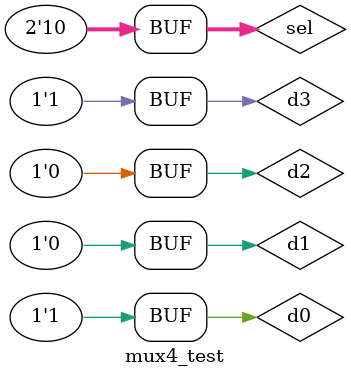
<source format=sv>
module mux4_test;

// Put your code here
// ------------------
    logic d0;          // Data input 0
    logic d1;          // Data input 1
    logic d2;          // Data input 2
    logic d3;          // Data input 3
    logic [1:0] sel;   // Select input
    logic z;           // Output

    mux4 uut (
        .d0(d0),
        .d1(d1),
        .d2(d2),
        .d3(d3),
        .sel(sel),
        .z(z)
    );

    initial begin
        sel[0] = 0;
        sel[1] = 1;
        d3 = 1;
        d2 = 0;
        d1 = 0;
        d0 = 1;

        #100
        sel[0] = 1;
        sel[1] = 1;
        d3 = 1;
        d2 = 0;
        d1 = 0;
        d0 = 1;

        #100
        sel[0] = 0;
        sel[1] = 1;
        d3 = 1;
        d2 = 0;
        d1 = 0;
        d0 = 1;
        
        #100
        sel[0] = 0;
        sel[1] = 1;
        d3 = 1;
        d2 = 0;
        d1 = 0;
        d0 = 1;
    end
// End of your code

endmodule

</source>
